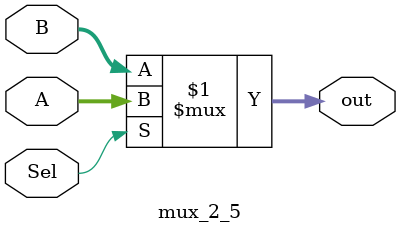
<source format=v>

`ifndef _mux_2_5
`define _mux_2_5

module mux_2_5(
      input [4:0] A, B,
      input Sel,
      output [4:0] out
    );

    assign out = (Sel)? A : B;
endmodule

`endif

</source>
